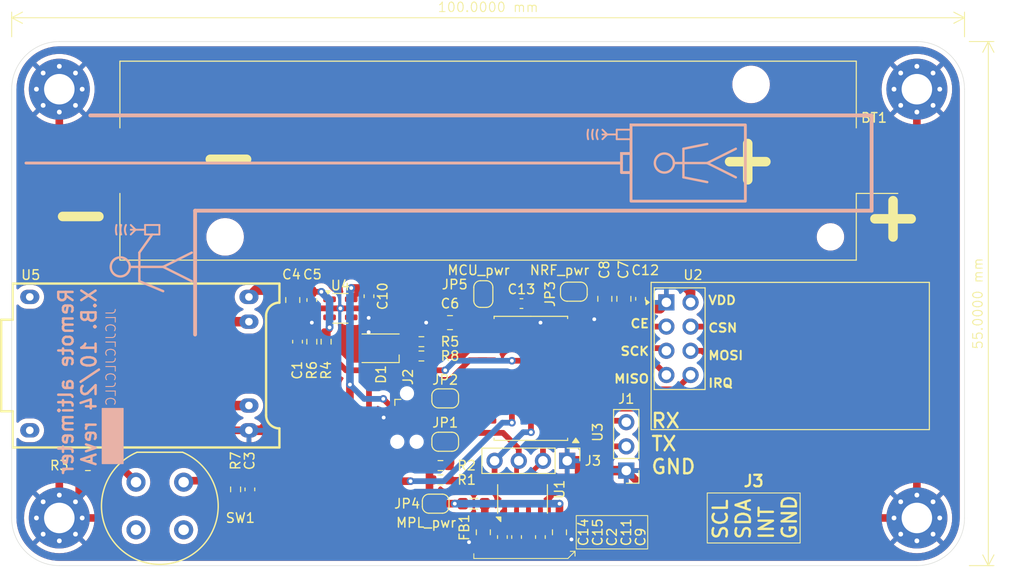
<source format=kicad_pcb>
(kicad_pcb (version 20240108) (generator "pcbnew") (generator_version "8.0")
  (title_block (title "Elevator altimeter") (date "2024-09-22") (rev "A") (company "Xavier Bourlot"))
  (layers (0 "F.Cu" signal) (31 "B.Cu" signal) (34 "B.Paste" user) (35 "F.Paste" user) (36 "B.SilkS" user "B.Silkscreen") (37 "F.SilkS" user "F.Silkscreen") (38 "B.Mask" user) (39 "F.Mask" user) (44 "Edge.Cuts" user))
  (net 0 "")
  (net 1 "+BATT")
  (net 2 "GND")
  (net 3 "/Batt_sense")
  (net 4 "Net-(U1-CAP)")
  (net 5 "/UserSW")
  (net 6 "VDD")
  (net 7 "VDDA")
  (net 8 "/LED0")
  (net 9 "/TX")
  (net 10 "/RX")
  (net 11 "/MOSI")
  (net 12 "/MISO")
  (net 13 "/SCK")
  (net 14 "/RST")
  (net 15 "/SCL")
  (net 16 "/SDA")
  (net 17 "Net-(R3-Pad2)")
  (net 21 "/INT1")
  (net 22 "/CE")
  (net 23 "/SCK_nrf")
  (net 24 "/IRQ")
  (net 25 "/MOSI_nrf")
  (net 26 "/CSN")
  (net 29 "/LED1")
  (net 30 "/MISO_nrf")
  (net 31 "Net-(D1-A2)")
  (net 32 "Net-(D1-A1)")
  (net 33 "Net-(BT1-+)")
  (net 34 "Net-(BT1--)")
  (net 35 "/MCU_pwr")
  (net 36 "/NRF_pwr")
  (net 37 "/MPL_pwr")
  (footprint "Capacitor_SMD:C_0603_1608Metric_Pad1.08x0.95mm_HandSolder" (layer "F.Cu") (at 91 69.5 -90)
    (property "Reference" "C12")
    (property "Value" "100n")
  )
  (footprint "Capacitor_SMD:C_0805_2012Metric_Pad1.18x1.45mm_HandSolder" (layer "F.Cu") (at 82.49 94 -90)
    (property "Reference" "C9")
    (property "Value" "10u")
  )
  (footprint "Package_TO_SOT_SMD:SOT-23-5" (layer "F.Cu") (at 59.5 70.5)
    (property "Reference" "U4")
    (property "Value" "MCP1711")
  )
  (footprint "Jumper:SolderJumper-2_P1.3mm_Bridged_RoundedPad1.0x1.5mm" (layer "F.Cu") (at 69.5 91)
    (property "Reference" "JP4")
    (property "Value" "MPL_pwr")
  )
  (footprint "Package_SO:SOIC-20W_7.5x12.8mm_P1.27mm" (layer "F.Cu") (at 79.4875 77.85 180)
    (property "Reference" "U3")
    (property "Value" "ATtiny1634-S")
  )
  (footprint "MountingHole:MountingHole_3.2mm_M3_Pad_Via" (layer "F.Cu") (at 30 47.5)
    (property "Reference" "H3" (hide yes))
    (property "Value" "~")
  )
  (footprint "Resistor_SMD:R_0603_1608Metric_Pad0.98x0.95mm_HandSolder" (layer "F.Cu") (at 68 75.5 180)
    (property "Reference" "R8")
    (property "Value" "1k")
  )
  (footprint "Resistor_SMD:R_0603_1608Metric_Pad0.98x0.95mm_HandSolder" (layer "F.Cu") (at 58 74 -90)
    (property "Reference" "R4")
    (property "Value" "1M")
  )
  (footprint "Capacitor_SMD:C_0603_1608Metric_Pad1.08x0.95mm_HandSolder" (layer "F.Cu") (at 78.5 70)
    (property "Reference" "C13")
    (property "Value" "100n")
  )
  (footprint "Resistor_SMD:R_0603_1608Metric_Pad0.98x0.95mm_HandSolder" (layer "F.Cu") (at 48.5 89.5 -90)
    (property "Reference" "R7")
    (property "Value" "1M")
  )
  (footprint "Jumper:SolderJumper-2_P1.3mm_Bridged_RoundedPad1.0x1.5mm" (layer "F.Cu") (at 74.5 69 -90)
    (property "Reference" "JP5")
    (property "Value" "MCU_pwr")
  )
  (footprint "MountingHole:MountingHole_3.2mm_M3_Pad_Via" (layer "F.Cu") (at 120 92.5)
    (property "Reference" "H2" (hide yes))
    (property "Value" "~")
  )
  (footprint "Jumper:SolderJumper-2_P1.3mm_Bridged_RoundedPad1.0x1.5mm" (layer "F.Cu") (at 84 68.75 180)
    (property "Reference" "JP3")
    (property "Value" "NRF_pwr")
  )
  (footprint "Connector:Tag-Connect_TC2030-IDC-NL_2x03_P1.27mm_Vertical" (layer "F.Cu") (at 66.484 81.96 -90)
    (property "Reference" "J2")
    (property "Value" "AVR-ICSP-TagConnect")
  )
  (footprint "Resistor_SMD:R_0603_1608Metric_Pad0.98x0.95mm_HandSolder" (layer "F.Cu") (at 70 87)
    (property "Reference" "R2")
    (property "Value" "10k")
  )
  (footprint "Inductor_SMD:L_0805_2012Metric_Pad1.05x1.20mm_HandSolder" (layer "F.Cu") (at 73.5 91)
    (property "Reference" "FB1")
    (property "Value" "FerriteBead")
  )
  (footprint "Capacitor_SMD:C_0805_2012Metric_Pad1.18x1.45mm_HandSolder" (layer "F.Cu") (at 89.25 69.5 -90)
    (property "Reference" "C7")
    (property "Value" "10u")
  )
  (footprint "MountingHole:MountingHole_3.2mm_M3_Pad_Via" (layer "F.Cu") (at 30 92.5)
    (property "Reference" "H1" (hide yes))
    (property "Value" "~")
  )
  (footprint "Resistor_SMD:R_0603_1608Metric_Pad0.98x0.95mm_HandSolder" (layer "F.Cu") (at 70 88.5)
    (property "Reference" "R1")
    (property "Value" "10k")
  )
  (footprint "MountingHole:MountingHole_3.2mm_M3_Pad_Via" (layer "F.Cu") (at 120 47.5)
    (property "Reference" "H4" (hide yes))
    (property "Value" "~")
  )
  (footprint "Jumper:SolderJumper-2_P1.3mm_Bridged_RoundedPad1.0x1.5mm" (layer "F.Cu") (at 70.5 84.5)
    (property "Reference" "JP1")
    (property "Value" "DAT")
  )
  (footprint "Capacitor_SMD:C_0603_1608Metric_Pad1.08x0.95mm_HandSolder" (layer "F.Cu") (at 62.5 69.225 -90)
    (property "Reference" "C10")
    (property "Value" "100n")
  )
  (footprint "Capacitor_SMD:C_0603_1608Metric_Pad1.08x0.95mm_HandSolder" (layer "F.Cu") (at 80.49 94.5 -90)
    (property "Reference" "C11")
    (property "Value" "100n")
  )
  (footprint "Capacitor_SMD:C_0603_1608Metric_Pad1.08x0.95mm_HandSolder" (layer "F.Cu") (at 56.5 69.625 -90)
    (property "Reference" "C5")
    (property "Value" "100n")
  )
  (footprint "Resistor_SMD:R_0603_1608Metric_Pad0.98x0.95mm_HandSolder" (layer "F.Cu") (at 33 87)
    (property "Reference" "R3")
    (property "Value" "10k")
  )
  (footprint "Resistor_SMD:R_0603_1608Metric_Pad0.98x0.95mm_HandSolder" (layer "F.Cu") (at 56.5 74 90)
    (property "Reference" "R6")
    (property "Value" "1M")
  )
  (footprint "Capacitor_SMD:C_0603_1608Metric_Pad1.08x0.95mm_HandSolder" (layer "F.Cu") (at 55 74 90)
    (property "Reference" "C1")
    (property "Value" "100n")
  )
  (footprint "Resistor_SMD:R_0603_1608Metric_Pad0.98x0.95mm_HandSolder" (layer "F.Cu") (at 68 74 180)
    (property "Reference" "R5")
    (property "Value" "1k")
  )
  (footprint "Capacitor_SMD:C_0805_2012Metric_Pad1.18x1.45mm_HandSolder" (layer "F.Cu") (at 54.5 69.625 -90)
    (property "Reference" "C4")
    (property "Value" "10u")
  )
  (footprint "Package_LGA:NXP_LGA-8_3x5mm_P1.25mm_H1.1mm" (layer "F.Cu") (at 78.615 90.5 90)
    (property "Reference" "U1")
    (property "Value" "MPL3115A2")
  )
  (footprint "Connector_PinHeader_2.54mm:PinHeader_1x04_P2.54mm_Vertical" (layer "F.Cu") (at 83.3 86.5 -90)
    (property "Reference" "J3")
    (property "Value" "I2C")
  )
  (footprint "Jumper:SolderJumper-2_P1.3mm_Bridged_RoundedPad1.0x1.5mm" (layer "F.Cu") (at 70.5 79.95)
    (property "Reference" "JP2")
    (property "Value" "CLK")
  )
  (footprint "Capacitor_SMD:C_0603_1608Metric_Pad1.08x0.95mm_HandSolder" (layer "F.Cu") (at 77.99 94.5 -90)
    (property "Reference" "C2")
    (property "Value" "100n")
  )
  (footprint "Capacitor_SMD:C_0805_2012Metric_Pad1.18x1.45mm_HandSolder" (layer "F.Cu") (at 87.25 69.5 -90)
    (property "Reference" "C8")
    (property "Value" "10u")
  )
  (footprint "Capacitor_SMD:C_0603_1608Metric_Pad1.08x0.95mm_HandSolder" (layer "F.Cu") (at 50 89.5 -90)
    (property "Reference" "C3")
    (property "Value" "100n")
  )
  (footprint "Capacitor_SMD:C_0805_2012Metric_Pad1.18x1.45mm_HandSolder" (layer "F.Cu") (at 74.5 94 -90)
    (property "Reference" "C14")
    (property "Value" "10u")
  )
  (footprint "footprints:TP4056_USB-C_module" (layer "F.Cu") (at 36.5 79.1)
    (property "Reference" "U5")
    (property "Value" "TP4056")
  )
  (footprint "LED_SMD:LED_Cree-PLCC4_3.2x2.8mm_CCW" (layer "F.Cu") (at 63.716 74.69 180)
    (property "Reference" "D1")
    (property "Value" "LED_Dual_AAKK")
  )
  (footprint "Button_Switch_THT:Push_E-Switch_KS01Q01" (layer "F.Cu") (at 43.05 93.743743 180)
    (property "Reference" "SW1")
    (property "Value" "UserSW")
  )
  (footprint "RF_Module:nRF24L01_Breakout" (layer "F.Cu") (at 93.7105 69.875)
    (property "Reference" "U2")
    (property "Value" "NRF24L01_Breakout")
  )
  (footprint "Capacitor_SMD:C_0805_2012Metric_Pad1.18x1.45mm_HandSolder" (layer "F.Cu") (at 71 72 180)
    (property "Reference" "C6")
    (property "Value" "10u")
  )
  (footprint "Connector_PinHeader_2.54mm:PinHeader_1x03_P2.54mm_Vertical" (layer "F.Cu") (at 89.5 87.525 180)
    (property "Reference" "J1")
    (property "Value" "UART")
  )
  (footprint "Battery:BatteryHolder_Keystone_1042_1x18650" (layer "F.Cu") (at 75 55 180)
    (property "Reference" "BT1")
    (property "Value" "18650")
  )
  (footprint "Capacitor_SMD:C_0603_1608Metric_Pad1.08x0.95mm_HandSolder" (layer "F.Cu") (at 76.5 94.5 -90)
    (property "Reference" "C15")
    (property "Value" "100n")
  )
  (gr_arc (start 86.500001 52.75) (mid 86.381967 52.25) (end 86.500001 51.75) (stroke (width 0.2)) (layer "B.SilkS"))
  (gr_rect (start 90 51.25) (end 102 59.25) (stroke (width 0.3)) (fill none) (layer "B.SilkS"))
  (gr_line (start 38.999999 62.75) (end 38.999999 61.75) (stroke (width 0.2)) (layer "B.SilkS"))
  (gr_line (start 115.249999 60.25) (end 115.249999 50.25) (stroke (width 0.4)) (layer "B.SilkS"))
  (gr_line (start 44.249999 60.25) (end 115.249999 60.25) (stroke (width 0.4)) (layer "B.SilkS"))
  (gr_line (start 26.5 55.25) (end 89 55.25) (stroke (width 0.3)) (layer "B.SilkS"))
  (gr_line (start 37.399999 66.15) (end 40.899999 66.15) (stroke (width 0.25)) (layer "B.SilkS"))
  (gr_line (start 95.5 53.75) (end 98 53.25) (stroke (width 0.25)) (layer "B.SilkS"))
  (gr_line (start 87 52.25) (end 87.5 52.25) (stroke (width 0.2)) (layer "B.SilkS"))
  (gr_arc (start 36 62.75) (mid 35.938447 62.25) (end 36 61.75) (stroke (width 0.2)) (layer "B.SilkS"))
  (gr_line (start 95.5 56.75) (end 95.5 53.75) (stroke (width 0.25)) (layer "B.SilkS"))
  (gr_arc (start 85.500001 52.75) (mid 85.438448 52.25) (end 85.500001 51.75) (stroke (width 0.2)) (layer "B.SilkS"))
  (gr_line (start 88.5 52.75) (end 88.5 51.75) (stroke (width 0.2)) (layer "B.SilkS"))
  (gr_line (start 95.5 56.75) (end 98 57.25) (stroke (width 0.25)) (layer "B.SilkS"))
  (gr_rect (start 34.5 81) (end 36.7 86.8) (stroke (width 0.1)) (fill solid) (layer "B.SilkS"))
  (gr_circle (center 36.399999 66.15) (end 37.399999 66.15) (stroke (width 0.25)) (fill none) (layer "B.SilkS"))
  (gr_line (start 40.899999 66.15) (end 43.899999 67.65) (stroke (width 0.25)) (layer "B.SilkS"))
  (gr_line (start 38.399999 64.65) (end 39.749999 62.75) (stroke (width 0.25)) (layer "B.SilkS"))
  (gr_line (start 38.999999 62.75) (end 40.499999 62.75) (stroke (width 0.2)) (layer "B.SilkS"))
  (gr_line (start 98 55.25) (end 101 53.75) (stroke (width 0.25)) (layer "B.SilkS"))
  (gr_line (start 87 51.75) (end 87.5 52.25) (stroke (width 0.2)) (layer "B.SilkS"))
  (gr_circle (center 93.5 55.25) (end 94.5 55.25) (stroke (width 0.25)) (fill none) (layer "B.SilkS"))
  (gr_line (start 38.399999 67.65) (end 40.899999 68.7) (stroke (width 0.25)) (layer "B.SilkS"))
  (gr_line (start 37.499999 62.75) (end 37.999999 62.25) (stroke (width 0.2)) (layer "B.SilkS"))
  (gr_line (start 87 52.75) (end 87.5 52.25) (stroke (width 0.2)) (layer "B.SilkS"))
  (gr_line (start 37.499999 61.75) (end 37.999999 62.25) (stroke (width 0.2)) (layer "B.SilkS"))
  (gr_arc (start 36.5 62.75) (mid 36.418861 62.25) (end 36.5 61.75) (stroke (width 0.2)) (layer "B.SilkS"))
  (gr_line (start 98 55.25) (end 101 56.75) (stroke (width 0.25)) (layer "B.SilkS"))
  (gr_line (start 87.5 52.25) (end 88.5 52.25) (stroke (width 0.2)) (layer "B.SilkS"))
  (gr_line (start 44.249999 73.25) (end 44.249999 60.25) (stroke (width 0.4)) (layer "B.SilkS"))
  (gr_arc (start 37 62.75) (mid 36.881966 62.25) (end 37 61.75) (stroke (width 0.2)) (layer "B.SilkS"))
  (gr_arc (start 86.000001 52.75) (mid 85.918862 52.25) (end 86.000001 51.75) (stroke (width 0.2)) (layer "B.SilkS"))
  (gr_line (start 88.5 52.75) (end 90 52.75) (stroke (width 0.2)) (layer "B.SilkS"))
  (gr_line (start 40.499999 62.75) (end 40.499999 61.75) (stroke (width 0.2)) (layer "B.SilkS"))
  (gr_line (start 88.5 51.75) (end 90 51.75) (stroke (width 0.2)) (layer "B.SilkS"))
  (gr_line (start 37.999999 62.25) (end 38.999999 62.25) (stroke (width 0.2)) (layer "B.SilkS"))
  (gr_line (start 94.5 55.25) (end 98 55.25) (stroke (width 0.25)) (layer "B.SilkS"))
  (gr_line (start 38.399999 67.65) (end 38.399999 64.65) (stroke (width 0.25)) (layer "B.SilkS"))
  (gr_line (start 33.249999 50.25) (end 115.249999 50.25) (stroke (width 0.4)) (layer "B.SilkS"))
  (gr_rect (start 89 54.25) (end 90 56.25) (stroke (width 0.3)) (fill none) (layer "B.SilkS"))
  (gr_line (start 37.499999 62.25) (end 37.999999 62.25) (stroke (width 0.2)) (layer "B.SilkS"))
  (gr_line (start 38.999999 61.75) (end 40.499999 61.75) (stroke (width 0.2)) (layer "B.SilkS"))
  (gr_line (start 40.899999 66.15) (end 43.899999 64.65) (stroke (width 0.25)) (layer "B.SilkS"))
  (gr_line (start 73.5 96.75) (end 83.375 96.75) (stroke (width 0.1)) (layer "F.SilkS"))
  (gr_line (start 83.375 96.75) (end 84.125 96) (stroke (width 0.1)) (layer "F.SilkS"))
  (gr_line (start 84.125 96) (end 83.625 96) (stroke (width 0.1)) (layer "F.SilkS"))
  (gr_rect (start 98 89.875) (end 107.75 95.125) (stroke (width 0.1)) (fill none) (layer "F.SilkS"))
  (gr_line (start 84.125 96) (end 84.125 96.5) (stroke (width 0.1)) (layer "F.SilkS"))
  (gr_line (start 73.5 96.75) (end 73.5 96.25) (stroke (width 0.1)) (layer "F.SilkS"))
  (gr_rect (start 84.25 92.25) (end 91.75 95.75) (stroke (width 0.1)) (fill none) (layer "F.SilkS"))
  (gr_arc (start 25 47.5) (mid 26.464466 43.964466) (end 30 42.5) (stroke (width 0.05)) (layer "Edge.Cuts"))
  (gr_line (start 125 92.5) (end 125 47.5) (stroke (width 0.05)) (layer "Edge.Cuts"))
  (gr_arc (start 30 97.5) (mid 26.464466 96.035534) (end 25 92.5) (stroke (width 0.05)) (layer "Edge.Cuts"))
  (gr_arc (start 125 92.5) (mid 123.535534 96.035534) (end 120 97.5) (stroke (width 0.05)) (layer "Edge.Cuts"))
  (gr_line (start 30 97.5) (end 120 97.5) (stroke (width 0.05)) (layer "Edge.Cuts"))
  (gr_line (start 25 47.5) (end 25 92.5) (stroke (width 0.05)) (layer "Edge.Cuts"))
  (gr_arc (start 120 42.5) (mid 123.535534 43.964466) (end 125 47.5) (stroke (width 0.05)) (layer "Edge.Cuts"))
  (gr_line (start 120 42.5) (end 30 42.5) (stroke (width 0.05)) (layer "Edge.Cuts"))
  (gr_text "Remote altimeter\nX.B. 10/24 revA" (at 34 68.25 90) (layer "B.SilkS") (effects (font (size 1.5 1.5) (thickness 0.26) (bold yes)) (justify left bottom mirror)))
  (gr_text "JLCJLCJLCJLC" (at 36 70.4 90) (layer "B.SilkS") (effects (font (size 1 1) (thickness 0.1)) (justify left bottom mirror)))
  (gr_text "-" (at 32.25 60.5 0) (layer "F.SilkS") (effects (font (size 5 5) (thickness 1) (bold yes))))
  (gr_text "-" (at 47.75 54.5 0) (layer "F.SilkS") (effects (font (size 5 5) (thickness 1) (bold yes))))
  (gr_text "SCL\nSDA\nINT\nGND" (at 107.5 94.875 90) (layer "F.SilkS") (effects (font (size 1.5 1.5) (thickness 0.25) (bold yes)) (justify left bottom)))
  (gr_text "CE\n\nSCK\n\nMISO" (at 92 75 0) (layer "F.SilkS") (effects (font (size 0.9 1) (thickness 0.2) (bold yes)) (justify right)))
  (gr_text "VDD\n\nCSN\n\nMOSI\n\nIRQ" (at 98 74 0) (layer "F.SilkS") (effects (font (size 0.9 1) (thickness 0.2) (bold yes)) (justify left)))
  (gr_text "+" (at 102.25 54.75 0) (layer "F.SilkS") (effects (font (size 5 5) (thickness 1) (bold yes))))
  (gr_text "RX\nTX\nGND" (at 92 88 0) (layer "F.SilkS") (effects (font (size 1.5 1.5) (thickness 0.25) (bold yes)) (justify left bottom)))
  (gr_text "+" (at 117.5 60.75 0) (layer "F.SilkS") (effects (font (size 5 5) (thickness 1) (bold yes))))
  (gr_text "J3" (at 102.875 88.625 0) (layer "F.SilkS") (effects (font (size 1.2 1.2) (thickness 0.24) (bold yes))))
  (dimension (type aligned) (layer "F.SilkS") (pts (xy 125 42.5) (xy 125 97.5)) (height -2.5) (gr_text "55,0000 mm" (at 126.4 70 90) (layer "F.SilkS") (effects (font (size 1 1) (thickness 0.1)))) (format (prefix "") (suffix "") (units 3) (units_format 1) (precision 4)) (style (thickness 0.1) (arrow_length 1.27) (text_position_mode 0) (extension_height 0.58642) (extension_offset 0.5) keep_text_aligned))
  (dimension (type aligned) (layer "F.SilkS") (pts (xy 25 42.5) (xy 125 42.5)) (height -2.5) (gr_text "100,0000 mm" (at 75 38.9 0) (layer "F.SilkS") (effects (font (size 1 1) (thickness 0.1)))) (format (prefix "") (suffix "") (units 3) (units_format 1) (precision 4)) (style (thickness 0.1) (arrow_length 1.27) (text_position_mode 0) (extension_height 0.58642) (extension_offset 0.5) keep_text_aligned))
  (segment (start 56.5 68.7625) (end 57.5 68.7625) (width 0.6) (layer "F.Cu") (net 1))
  (segment (start 50.6125 68.5875) (end 49.9 69.3) (width 1) (layer "F.Cu") (net 1))
  (segment (start 54.5 68.5875) (end 56.325 68.5875) (width 0.8) (layer "F.Cu") (net 1))
  (segment (start 57.575 68.7625) (end 58.3625 69.55) (width 0.6) (layer "F.Cu") (net 1))
  (segment (start 58.3625 72.5) (end 58.3625 72.725) (width 0.6) (layer "F.Cu") (net 1))
  (segment (start 58.3625 71.45) (end 58.3625 72.5) (width 0.6) (layer "F.Cu") (net 1))
  (segment (start 58.3625 72.725) (end 58 73.0875) (width 0.6) (layer "F.Cu") (net 1))
  (segment (start 54.5 68.5875) (end 50.6125 68.5875) (width 1) (layer "F.Cu") (net 1))
  (segment (start 57.5 68.7625) (end 57.575 68.7625) (width 0.6) (layer "F.Cu") (net 1))
  (segment (start 56.325 68.5875) (end 56.5 68.7625) (width 0.8) (layer "F.Cu") (net 1))
  (via (at 58.3625 72.5) (size 0.8) (drill 0.4) (layers "F.Cu" "B.Cu") (net 1))
  (via (at 57.5 68.7625) (size 0.8) (drill 0.4) (layers "F.Cu" "B.Cu") (net 1))
  (segment (start 58.3625 69.625) (end 57.5 68.7625) (width 0.8) (layer "B.Cu") (net 1))
  (segment (start 58.3625 72.5) (end 58.3625 69.625) (width 0.8) (layer "B.Cu") (net 1))
  (segment (start 86.14375 71.64375) (end 87.25 70.5375) (width 0.6) (layer "F.Cu") (net 2))
  (segment (start 84.1375 72.135) (end 80.635 72.135) (width 0.6) (layer "F.Cu") (net 2))
  (segment (start 79.5 95.3625) (end 80.49 95.3625) (width 1) (layer "F.Cu") (net 2))
  (segment (start 86 86.5) (end 84.5 86.5) (width 1) (layer "F.Cu") (net 2))
  (segment (start 80.5 72) (end 79.3625 70.8625) (width 0.6) (layer "F.Cu") (net 2))
  (segment (start 68.5 72) (end 62.466 72) (width 0.8) (layer "F.Cu") (net 2))
  (segment (start 69.9625 72) (end 68.5 72) (width 0.8) (layer "F.Cu") (net 2))
  (segment (start 52.5 72.6625) (end 54.5 70.6625) (width 1) (layer "F.Cu") (net 2))
  (segment (start 36 91.5) (end 45.5 91.5) (width 0.8) (layer "F.Cu") (net 2))
  (segment (start 83.4625 95.0375) (end 83.75 94.75) (width 0.8) (layer "F.Cu") (net 2))
  (segment (start 82.165 95.3625) (end 82.49 95.0375) (width 1) (layer "F.Cu") (net 2))
  (segment (start 74.8625 95.3625) (end 79.5 95.3625) (width 1) (layer "F.Cu") (net 2))
  (segment (start 30 92.5) (end 35 92.5) (width 0.8) (layer "F.Cu") (net 2))
  (segment (start 84.1375 72.135) (end 85.6525 72.135) (width 0.6) (layer "F.Cu") (net 2))
  (segment (start 55 73.1375) (end 56.45 73.1375) (width 0.6) (layer "F.Cu") (net 2))
  (segment (start 62.466 71.5) (end 62.466 70.1215) (width 0.6) (layer "F.Cu") (net 2))
  (segment (start 62.466 70.1215) (end 62.5 70.0875) (width 0.6) (layer "F.Cu") (net 2))
  (segment (start 83.75 94.75) (end 84.5 94) (width 0.8) (layer "F.Cu") (net 2))
  (segment (start 79.24 95.1025) (end 79.5 95.3625) (width 0.5) (layer "F.Cu") (net 2))
  (segment (start 58.3625 70.5) (end 54.6625 70.5) (width 0.6) (layer "F.Cu") (net 2))
  (segment (start 54.6625 70.5) (end 54.5 70.6625) (width 0.6) (layer "F.Cu") (net 2))
  (segment (start 79.24 91.65) (end 79.24 95.1025) (width 0.5) (layer "F.Cu") (net 2))
  (segment (start 59.5 70.5) (end 62.0875 70.5) (width 0.6) (layer "F.Cu") (net 2))
  (segment (start 62.466 75.39) (end 62.466 73) (width 0.6) (layer "F.Cu") (net 2))
  (segment (start 94.475 92.5) (end 89.5 87.525) (width 0.8) (layer "F.Cu") (net 2))
  (segment (start 32.0875 85.4125) (end 32.0875 87) (width 0.8) (layer "F.Cu") (net 2))
  (segment (start 58.3625 70.5) (end 59.5 70.5) (width 0.6) (layer "F.Cu") (net 2))
  (segment (start 49.9 83.3) (end 51.2 83.3) (width 1) (layer "F.Cu") (net 2))
  (segment (start 49.9 83.3) (end 34.2 83.3) (width 0.8) (layer "F.Cu") (net 2))
  (segment (start 84.5 94) (end 84.5 86.5) (width 0.8) (layer "F.Cu") (net 2))
  (segment (start 45.5 91.5) (end 49.0375 95.0375) (width 0.8) (layer "F.Cu") (net 2))
  (segment (start 82.49 95.0375) (end 83.4625 95.0375) (width 0.8) (layer "F.Cu") (net 2))
  (segment (start 80.49 95.3625) (end 82.165 95.3625) (width 1) (layer "F.Cu") (net 2))
  (segment (start 120 92.5) (end 94.475 92.5) (width 0.8) (layer "F.Cu") (net 2))
  (segment (start 80.635 72.135) (end 80.5 72) (width 0.6) (layer "F.Cu") (net 2))
  (segment (start 32.0875 87) (end 32.0875 90.4125) (width 0.8) (layer "F.Cu") (net 2))
  (segment (start 74.5375 95.0375) (end 74.8625 95.3625) (width 1) (layer "F.Cu") (net 2))
  (segment (start 56.45 73.1375) (end 56.5 73.0875) (width 0.6) (layer "F.Cu") (net 2))
  (segment (start 30 47.5) (end 30 92.5) (width 0.8) (layer "F.Cu") (net 2))
  (segment (start 62.0875 70.5) (end 62.5 70.0875) (width 0.6) (layer "F.Cu") (net 2))
  (segment (start 89.5 87.525) (end 87.025 87.525) (width 1) (layer "F.Cu") (net 2))
  (segment (start 84.5 86.5) (end 83.3 86.5) (width 1) (layer "F.Cu") (net 2))
  (segment (start 51.2 83.3) (end 52.5 82) (width 1) (layer "F.Cu") (net 2))
  (segment (start 56.5 73.0875) (end 56.5 72) (width 0.6) (layer "F.Cu") (net 2))
  (segment (start 87.025 87.525) (end 86 86.5) (width 1) (layer "F.Cu") (net 2))
  (segment (start 32.0875 90.4125) (end 30 92.5) (width 0.8) (layer "F.Cu") (net 2))
  (segment (start 120 47.5) (end 120 92.5) (width 0.8) (layer "F.Cu") (net 2))
  (segment (start 35 92.5) (end 36 91.5) (width 0.8) (layer "F.Cu") (net 2))
  (segment (start 87.25 70.5375) (end 93.048 70.5375) (width 1) (layer "F.Cu") (net 2))
  (segment (start 56.5 72) (end 56.5 70.4875) (width 0.6) (layer "F.Cu") (net 2))
  (segment (start 52.5 82) (end 52.5 72.6625) (width 1) (layer "F.Cu") (net 2))
  (segment (start 79.3625 70.8625) (end 79.3625 70) (width 0.6) (layer "F.Cu") (net 2))
  (segment (start 62.466 72) (end 62.466 71.5) (width 0.6) (layer "F.Cu") (net 2))
  (segment (start 65.849 81.96) (end 64.04 81.96) (width 0.6) (layer "F.Cu") (net 2))
  (segment (start 49.0375 95.0375) (end 73 95.0375) (width 0.8) (layer "F.Cu") (net 2))
  (segment (start 93.048 70.5375) (end 93.7105 69.875) (width 1) (layer "F.Cu") (net 2))
  (segment (start 73 95.0375) (end 74.5 95.0375) (width 0.8) (layer "F.Cu") (net 2))
  (segment (start 62.466 73) (end 62.466 72) (width 0.6) (layer "F.Cu") (net 2))
  (segment (start 34.2 83.3) (end 32.0875 85.4125) (width 0.8) (layer "F.Cu") (net 2))
  (segment (start 74.5 95.0375) (end 74.5375 95.0375) (width 1) (layer "F.Cu") (net 2))
  (segment (start 85.6525 72.135) (end 86.14375 71.64375) (width 0.6) (layer "F.Cu") (net 2))
  (via (at 62.466 73) (size 0.8) (drill 0.4) (layers "F.Cu" "B.Cu") (net 2))
  (via (at 56.5 72) (size 0.8) (drill 0.4) (layers "F.Cu" "B.Cu") (net 2))
  (via (at 73 95.0375) (size 0.8) (drill 0.4) (layers "F.Cu" "B.Cu") (net 2))
  (via (at 83.75 94.75) (size 0.8) (drill 0.4) (layers "F.Cu" "B.Cu") (net 2))
  (via (at 86.14375 71.64375) (size 0.8) (drill 0.4) (layers "F.Cu" "B.Cu") (net 2))
  (via (at 62.466 71.5) (size 0.8) (drill 0.4) (layers "F.Cu" "B.Cu") (net 2))
  (via (at 59.5 70.5) (size 0.8) (drill 0.4) (layers "F.Cu" "B.Cu") (net 2))
  (via (at 68.5 72) (size 0.8) (drill 0.4) (layers "F.Cu" "B.Cu") (net 2))
  (via (at 80.5 72) (size 0.8) (drill 0.4) (layers "F.Cu" "B.Cu") (net 2))
  (via (at 64.04 81.96) (size 0.8) (drill 0.4) (layers "F.Cu" "B.Cu") (net 2))
  (segment (start 65 81) (end 65 75.534) (width 0.6) (layer "B.Cu") (net 2))
  (segment (start 65 75.534) (end 62.466 73) (width 0.6) (layer "B.Cu") (net 2))
  (segment (start 64.04 81.96) (end 65 81) (width 0.6) (layer "B.Cu") (net 2))
  (segment (start 68.5 72) (end 80.5 72) (width 0.6) (layer "B.Cu") (net 2))
  (segment (start 60.0875 77) (end 70.5 77) (width 0.6) (layer "F.Cu") (net 3))
  (segment (start 80.715 77.215) (end 79.5 76) (width 0.6) (layer "F.Cu") (net 3))
  (segment (start 84.1375 77.215) (end 80.715 77.215) (width 0.6) (layer "F.Cu") (net 3))
  (segment (start 79.5 76) (end 77.5 76) (width 0.6) (layer "F.Cu") (net 3))
  (segment (start 55 74.8625) (end 57.95 74.8625) (width 0.6) (layer "F.Cu") (net 3))
  (segment (start 57.95 74.8625) (end 58 74.9125) (width 0.6) (layer "F.Cu") (net 3))
  (segment (start 58 74.9125) (end 60.0875 77) (width 0.6) (layer "F.Cu") (net 3))
  (via (at 77.5 76) (size 0.8) (drill 0.4) (layers "F.Cu" "B.Cu") (net 3))
  (via (at 70.5 77) (size 0.8) (drill 0.4) (layers "F.Cu" "B.Cu") (net 3))
  (segment (start 77.5 76) (end 71.5 76) (width 0.6) (layer "B.Cu") (net 3))
  (segment (start 71.5 76) (end 70.5 77) (width 0.6) (layer "B.Cu") (net 3))
  (segment (start 77.99 91.65) (end 77.99 93.6375) (width 0.5) (layer "F.Cu") (net 4))
  (segment (start 48.55 88.6375) (end 48.5 88.5875) (width 0.8) (layer "F.Cu") (net 5))
  (segment (start 50 88.6375) (end 66.8625 88.6375) (width 0.8) (layer "F.Cu") (net 5))
  (segment (start 43.206243 88.5875) (end 43.05 88.743743) (width 0.8) (layer "F.Cu") (net 5))
  (segment (start 75.862499 79.755) (end 77.5 81.392501) (width 0.6) (layer "F.Cu") (net 5))
  (segment (start 74.8375 79.755) (end 75.862499 79.755) (width 0.6) (layer "F.Cu") (net 5))
  (segment (start 77.5 81.392501) (end 77.5 82.5) (width 0.6) (layer "F.Cu") (net 5))
  (segment (start 50 88.6375) (end 48.55 88.6375) (width 0.8) (layer "F.Cu") (net 5))
  (segment (start 48.5 88.5875) (end 43.206243 88.5875) (width 0.8) (layer "F.Cu") (net 5))
  (via (at 77.5 82.5) (size 0.8) (drill 0.4) (layers "F.Cu" "B.Cu") (net 5))
  (via (at 66.8625 88.6375) (size 0.8) (drill 0.4) (layers "F.Cu" "B.Cu") (net 5))
  (segment (start 76.5 82.5) (end 70.3625 88.6375) (width 0.6) (layer "B.Cu") (net 5))
  (segment (start 70.3625 88.6375) (end 66.8625 88.6375) (width 0.6) (layer "B.Cu") (net 5))
  (segment (start 77.5 82.5) (end 76.5 82.5) (width 0.6) (layer "B.Cu") (net 5))
  (segment (start 49.95 90.4125) (end 50 90.3625) (width 0.8) (layer "F.Cu") (net 6))
  (segment (start 48.5 90.4125) (end 49.95 90.4125) (width 0.8) (layer "F.Cu") (net 6))
  (segment (start 50 90.3625) (end 68.7125 90.3625) (width 0.8) (layer "F.Cu") (net 6))
  (segment (start 82.95 68.35) (end 83.35 68.75) (width 1) (layer "F.Cu") (net 6))
  (segment (start 68.7125 90.3625) (end 68.85 90.5) (width 0.8) (layer "F.Cu") (net 6))
  (segment (start 61.825 68.3625) (end 60.6375 69.55) (width 0.6) (layer "F.Cu") (net 6))
  (segment (start 62.5 68.3625) (end 61.825 68.3625) (width 0.6) (layer "F.Cu") (net 6))
  (segment (start 74.5 68.35) (end 82.95 68.35) (width 1) (layer "F.Cu") (net 6))
  (segment (start 69.0875 87) (end 68.85 87.2375) (width 0.8) (layer "F.Cu") (net 6))
  (segment (start 62.5 68.3625) (end 60.6375 68.3625) (width 0.8) (layer "F.Cu") (net 6))
  (segment (start 68.85 90.5) (end 68.85 91) (width 0.8) (layer "F.Cu") (net 6))
  (segment (start 73.6375 68.3625) (end 62.5 68.3625) (width 0.8) (layer "F.Cu") (net 6))
  (segment (start 68.85 87.2375) (end 68.85 90.5) (width 0.8) (layer "F.Cu") (net 6))
  (segment (start 69.0875 87) (end 64 87) (width 0.8) (layer "F.Cu") (net 6))
  (segment (start 64 87) (end 60.5 83.5) (width 0.8) (layer "F.Cu") (net 6))
  (segment (start 73.65 68.35) (end 73.6375 68.3625) (width 0.8) (layer "F.Cu") (net 6))
  (segment (start 65.849 80.69) (end 64.69 80.69) (width 0.6) (layer "F.Cu") (net 6))
  (segment (start 64.69 80.69) (end 64 80) (width 0.6) (layer "F.Cu") (net 6))
  (segment (start 60.5 83.5) (end 60.5 78.5) (width 0.8) (layer "F.Cu") (net 6))
  (segment (start 74.5 68.35) (end 73.65 68.35) (width 0.8) (layer "F.Cu") (net 6))
  (via (at 60.6375 68.3625) (size 0.8) (drill 0.4) (layers "F.Cu" "B.Cu") (net 6))
  (via (at 64 80) (size 0.8) (drill 0.4) (layers "F.Cu" "B.Cu") (net 6))
  (via (at 60.5 78.5) (size 0.8) (drill 0.4) (layers "F.Cu" "B.Cu") (net 6))
  (segment (start 64 80) (end 62 80) (width 0.6) (layer "B.Cu") (net 6))
  (segment (start 62 80) (end 60.5 78.5) (width 0.6) (layer "B.Cu") (net 6))
  (segment (start 60.5 78.5) (end 60.5 68.5) (width 0.8) (layer "B.Cu") (net 6))
  (segment (start 60.5 68.5) (end 60.6375 68.3625) (width 0.8) (layer "B.Cu") (net 6))
  (segment (start 74.65 92.8125) (end 74.5 92.9625) (width 0.8) (layer "F.Cu") (net 7))
  (segment (start 75.825 92.9625) (end 76.5 93.6375) (width 0.8) (layer "F.Cu") (net 7))
  (segment (start 74.5 92.9625) (end 75.825 92.9625) (width 0.8) (layer "F.Cu") (net 7))
  (segment (start 76.5 91.89) (end 76.74 91.65) (width 0.5) (layer "F.Cu") (net 7))
  (segment (start 76.5 93.6375) (end 76.5 91.89) (width 0.5) (layer "F.Cu") (net 7))
  (segment (start 74.65 91) (end 74.65 92.8125) (width 0.8) (layer "F.Cu") (net 7))
  (segment (start 72 74) (end 72.595 73.405) (width 0.6) (layer "F.Cu") (net 8))
  (segment (start 68.9125 74) (end 72 74) (width 0.6) (layer "F.Cu") (net 8))
  (segment (start 72.595 73.405) (end 74.8375 73.405) (width 0.6) (layer "F.Cu") (net 8))
  (segment (start 86.565 83.565) (end 84.1375 83.565) (width 0.6) (layer "F.Cu") (net 9))
  (segment (start 87.985 84.985) (end 86.565 83.565) (width 0.6) (layer "F.Cu") (net 9))
  (segment (start 89.5 84.985) (end 87.985 84.985) (width 0.6) (layer "F.Cu") (net 9))
  (segment (start 89.35 82.295) (end 89.5 82.445) (width 0.6) (layer "F.Cu") (net 10))
  (segment (start 84.1375 82.295) (end 89.35 82.295) (width 0.6) (layer "F.Cu") (net 10))
  (segment (start 68.58 83.23) (end 69.85 84.5) (width 0.6) (layer "F.Cu") (net 11))
  (segment (start 67.119 83.23) (end 68.58 83.23) (width 0.6) (layer "F.Cu") (net 11))
  (segment (start 74.8375 82.295) (end 68.295 82.295) (width 0.6) (layer "F.Cu") (net 12))
  (segment (start 67.96 81.96) (end 67.119 81.96) (width 0.6) (layer "F.Cu") (net 12))
  (segment (start 68.295 82.295) (end 67.96 81.96) (width 0.6) (layer "F.Cu") (net 12))
  (segment (start 69.85 79.95) (end 68.55 79.95) (width 0.6) (layer "F.Cu") (net 13))
  (segment (start 68.55 79.95) (end 67.81 80.69) (width 0.6) (layer "F.Cu") (net 13))
  (segment (start 67.119 80.69) (end 67.81 80.69) (width 0.6) (layer "F.Cu") (net 13))
  (segment (start 63.23 83.23) (end 65.849 83.23) (width 0.6) (layer "F.Cu") (net 14))
  (segment (start 62.5 82.5) (end 63.23 83.23) (width 0.6) (layer "F.Cu") (net 14))
  (segment (start 74.8375 75.945) (end 73.055 75.945) (width 0.6) (layer "F.Cu") (net 14))
  (segment (start 62.5 79) (end 62.5 82.5) (width 0.6) (layer "F.Cu") (net 14))
  (segment (start 71 78) (end 63.5 78) (width 0.6) (layer "F.Cu") (net 14))
  (segment (start 73.055 75.945) (end 71 78) (width 0.6) (layer "F.Cu") (net 14))
  (segment (start 63.5 78) (end 62.5 79) (width 0.6) (layer "F.Cu") (net 14))
  (segment (start 74.8375 78.485) (end 72.615 78.485) (width 0.6) (layer "F.Cu") (net 15))
  (segment (start 75.68 86.5) (end 75.68 88.29) (width 0.6) (layer "F.Cu") (net 15))
  (segment (start 74.8375 78.485) (end 77.985 78.485) (width 0.6) (layer "F.Cu") (net 15))
  (segment (start 70.9125 88.5) (end 75.89 88.5) (width 0.6) (layer "F.Cu") (net 15))
  (segment (start 77.985 78.485) (end 79.5 80) (width 0.6) (layer "F.Cu") (net 15))
  (segment (start 75.68 88.29) (end 75.89 88.5) (width 0.6) (layer "F.Cu") (net 15))
  (segment (start 79.5 80) (end 79.5 83.5) (width 0.6) (layer "F.Cu") (net 15))
  (segment (start 72.615 78.485) (end 71.15 79.95) (width 0.6) (layer "F.Cu") (net 15))
  (segment (start 76.74 89.35) (end 75.89 88.5) (width 0.5) (layer "F.Cu") (net 15))
  (via (at 79.5 83.5) (size 0.8) (drill 0.4) (layers "F.Cu" "B.Cu") (net 15))
  (segment (start 79.5 83.5) (end 78.68 83.5) (width 0.6) (layer "B.Cu") (net 15))
  (segment (start 78.68 83.5) (end 75.68 86.5) (width 0.6) (layer "B.Cu") (net 15))
  (segment (start 71.15 84.5) (end 71.15 86.7625) (width 0.6) (layer "F.Cu") (net 16))
  (segment (start 71.15 86.7625) (end 70.9125 87) (width 0.6) (layer "F.Cu") (net 16))
  (segment (start 72.085 83.565) (end 71.15 84.5) (width 0.6) (layer "F.Cu") (net 16))
  (segment (start 77.99 86.73) (end 78.22 86.5) (width 0.5) (layer "F.Cu") (net 16))
  (segment (start 78.22 86.5) (end 78.22 85.22) (width 0.6) (layer "F.Cu") (net 16))
  (segment (start 74.8375 83.565) (end 72.085 83.565) (width 0.6) (layer "F.Cu") (net 16))
  (segment (start 78.22 85.22) (end 76.565 83.565) (width 0.6) (layer "F.Cu") (net 16))
  (segment (start 76.565 83.565) (end 74.8375 83.565) (width 0.6) (layer "F.Cu") (net 16))
  (segment (start 77.99 89.35) (end 77.99 86.73) (width 0.5) (layer "F.Cu") (net 16))
  (segment (start 36.306257 87) (end 38.05 88.743743) (width 0.8) (layer "F.Cu") (net 17))
  (segment (start 33.9125 87) (end 36.306257 87) (width 0.8) (layer "F.Cu") (net 17))
  (segment (start 78.715 77.215) (end 74.8375 77.215) (width 0.6) (layer "F.Cu") (net 21))
  (segment (start 79.24 89.35) (end 79.24 88.02) (width 0.5) (layer "F.Cu") (net 21))
  (segment (start 80.76 86.5) (end 80.76 79.26) (width 0.6) (layer "F.Cu") (net 21))
  (segment (start 80.76 79.26) (end 78.715 77.215) (width 0.6) (layer "F.Cu") (net 21))
  (segment (start 79.24 88.02) (end 80.76 86.5) (width 0.5) (layer "F.Cu") (net 21))
  (segment (start 89.585 72.415) (end 93.7105 72.415) (width 0.6) (layer "F.Cu") (net 22))
  (segment (start 84.1375 73.405) (end 88.595 73.405) (width 0.6) (layer "F.Cu") (net 22))
  (segment (start 88.595 73.405) (end 89.585 72.415) (width 0.6) (layer "F.Cu") (net 22))
  (segment (start 93.4305 74.675) (end 93.7105 74.955) (width 0.6) (layer "F.Cu") (net 23))
  (segment (start 84.1375 74.675) (end 93.4305 74.675) (width 0.6) (layer "F.Cu") (net 23))
  (segment (start 91.5 79) (end 90.985 78.485) (width 0.6) (layer "F.Cu") (net 24))
  (segment (start 96.2505 77.495) (end 94.7455 79) (width 0.6) (layer "F.Cu") (net 24))
  (segment (start 90.985 78.485) (end 84.1375 78.485) (width 0.6) (layer "F.Cu") (net 24))
  (segment (start 94.7455 79) (end 91.5 79) (width 0.6) (layer "F.Cu") (net 24))
  (segment (start 90.755 79.755) (end 91.5 80.5) (width 0.6) (layer "F.Cu") (net 25))
  (segment (start 98 78.5) (end 98 75.5) (width 0.6) (layer "F.Cu") (net 25))
  (segment (start 96 80.5) (end 98 78.5) (width 0.6) (layer "F.Cu") (net 25))
  (segment (start 84.1375 79.755) (end 90.755 79.755) (width 0.6) (layer "F.Cu") (net 25))
  (segment (start 98 75.5) (end 97.455 74.955) (width 0.6) (layer "F.Cu") (net 25))
  (segment (start 97.455 74.955) (end 96.2505 74.955) (width 0.6) (layer "F.Cu") (net 25))
  (segment (start 91.5 80.5) (end 96 80.5) (width 0.6) (layer "F.Cu") (net 25))
  (segment (start 99 73.5) (end 97.915 72.415) (width 0.6) (layer "F.Cu") (net 26))
  (segment (start 97.915 72.415) (end 96.2505 72.415) (width 0.6) (layer "F.Cu") (net 26))
  (segment (start 90.525 81.025) (end 91 81.5) (width 0.6) (layer "F.Cu") (net 26))
  (segment (start 91 81.5) (end 96.5 81.5) (width 0.6) (layer "F.Cu") (net 26))
  (segment (start 84.1375 81.025) (end 90.525 81.025) (width 0.6) (layer "F.Cu") (net 26))
  (segment (start 96.5 81.5) (end 99 79) (width 0.6) (layer "F.Cu") (net 26))
  (segment (start 99 79) (end 99 73.5) (width 0.6) (layer "F.Cu") (net 26))
  (segment (start 68.9125 75.5) (end 72.368629 75.5) (width 0.6) (layer "F.Cu") (net 29))
  (segment (start 73.193629 74.675) (end 74.8375 74.675) (width 0.6) (layer "F.Cu") (net 29))
  (segment (start 72.368629 75.5) (end 73.193629 74.675) (width 0.6) (layer "F.Cu") (net 29))
  (segment (start 92.1605 75.945) (end 93.7105 77.495) (width 0.6) (layer "F.Cu") (net 30))
  (segment (start 84.1375 75.945) (end 92.1605 75.945) (width 0.6) (layer "F.Cu") (net 30))
  (segment (start 64.976 74) (end 64.966 73.99) (width 0.6) (layer "F.Cu") (net 31))
  (segment (start 67.0875 74) (end 64.976 74) (width 0.6) (layer "F.Cu") (net 31))
  (segment (start 66.9775 75.39) (end 67.0875 75.5) (width 0.6) (layer "F.Cu") (net 32))
  (segment (start 64.966 75.39) (end 66.9775 75.39) (width 0.6) (layer "F.Cu") (net 32))
  (segment (start 42.5 60.5) (end 42.5 68.5) (width 1) (layer "F.Cu") (net 33))
  (segment (start 114.33 55) (end 48 55) (width 1) (layer "F.Cu") (net 33))
  (segment (start 48 55) (end 42.5 60.5) (width 1) (layer "F.Cu") (net 33))
  (segment (start 45.9 71.9) (end 49.9 71.9) (width 1) (layer "F.Cu") (net 33))
  (segment (start 42.5 68.5) (end 45.9 71.9) (width 1) (layer "F.Cu") (net 33))
  (segment (start 46.2 80.7) (end 35.67 70.17) (width 1) (layer "F.Cu") (net 34))
  (segment (start 35.67 70.17) (end 35.67 55) (width 1) (layer "F.Cu") (net 34))
  (segment (start 49.9 80.7) (end 46.2 80.7) (width 1) (layer "F.Cu") (net 34))
  (segment (start 74.8375 72.135) (end 72.1725 72.135) (width 0.6) (layer "F.Cu") (net 35))
  (segment (start 77.6375 70) (end 74.85 70) (width 0.6) (layer "F.Cu") (net 35))
  (segment (start 72.1725 72.135) (end 72.0375 72) (width 0.6) (layer "F.Cu") (net 35))
  (segment (start 74.8375 69.9875) (end 74.5 69.65) (width 0.6) (layer "F.Cu") (net 35))
  (segment (start 74.8375 72.135) (end 74.8375 69.9875) (width 0.6) (layer "F.Cu") (net 35))
  (segment (start 74.85 70) (end 74.5 69.65) (width 0.6) (layer "F.Cu") (net 35))
  (segment (start 84.9375 68.4625) (end 84.65 68.75) (width 1) (layer "F.Cu") (net 36))
  (segment (start 89.25 68.4625) (end 87.25 68.4625) (width 1) (layer "F.Cu") (net 36))
  (segment (start 91.5375 68.4625) (end 92.5 67.5) (width 1) (layer "F.Cu") (net 36))
  (segment (start 96.2505 68.7505) (end 95 67.5) (width 1) (layer "F.Cu") (net 36))
  (segment (start 96.2505 69.875) (end 96.2505 68.7505) (width 1) (layer "F.Cu") (net 36))
  (segment (start 92.5 67.5) (end 95 67.5) (width 1) (layer "F.Cu") (net 36))
  (segment (start 89.25 68.4625) (end 91.5375 68.4625) (width 1) (layer "F.Cu") (net 36))
  (segment (start 87.25 68.4625) (end 84.9375 68.4625) (width 1) (layer "F.Cu") (net 36))
  (segment (start 82.49 92.9625) (end 82.49 91.01) (width 0.8) (layer "F.Cu") (net 37))
  (segment (start 82.49 92.9625) (end 81.165 92.9625) (width 0.8) (layer "F.Cu") (net 37))
  (segment (start 70.15 91) (end 71.5 91) (width 0.8) (layer "F.Cu") (net 37))
  (segment (start 82.49 91.01) (end 82.5 91) (width 0.8) (layer "F.Cu") (net 37))
  (segment (start 81.165 92.9625) (end 80.49 93.6375) (width 0.8) (layer "F.Cu") (net 37))
  (segment (start 80.49 91.65) (end 80.49 93.6375) (width 0.5) (layer "F.Cu") (net 37))
  (segment (start 71.5 91) (end 72.35 91) (width 0.8) (layer "F.Cu") (net 37))
  (via (at 82.5 91) (size 0.8) (drill 0.4) (layers "F.Cu" "B.Cu") (net 37))
  (via (at 71.5 91) (size 0.8) (drill 0.4) (layers "F.Cu" "B.Cu") (net 37))
  (segment (start 71.5 91) (end 82.5 91) (width 0.8) (layer "B.Cu") (net 37))
  (zone (net 2) (net_name "GND") (layers "F&B.Cu") (priority 1) (connect_pads (clearance 0.5)) (min_thickness 0.25) (fill yes (thermal_gap 0.5) (thermal_bridge_width 0.5))
    (polygon (pts (xy 125 42.5) (xy 125 97.5) (xy 25 97.5) (xy 25 42.5)))
  )
)
</source>
